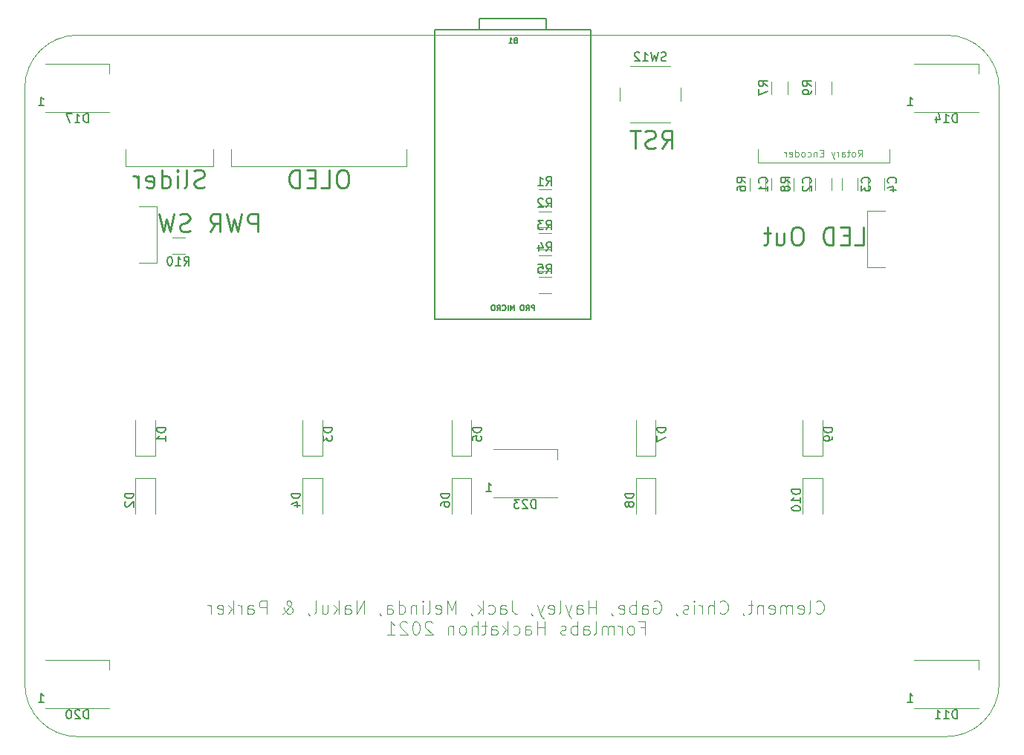
<source format=gbr>
G04 #@! TF.GenerationSoftware,KiCad,Pcbnew,(5.1.8)-1*
G04 #@! TF.CreationDate,2021-06-03T22:44:18-04:00*
G04 #@! TF.ProjectId,inkkeys,696e6b6b-6579-4732-9e6b-696361645f70,rev?*
G04 #@! TF.SameCoordinates,Original*
G04 #@! TF.FileFunction,Legend,Bot*
G04 #@! TF.FilePolarity,Positive*
%FSLAX46Y46*%
G04 Gerber Fmt 4.6, Leading zero omitted, Abs format (unit mm)*
G04 Created by KiCad (PCBNEW (5.1.8)-1) date 2021-06-03 22:44:18*
%MOMM*%
%LPD*%
G01*
G04 APERTURE LIST*
%ADD10C,0.250000*%
%ADD11C,0.100000*%
G04 #@! TA.AperFunction,Profile*
%ADD12C,0.100000*%
G04 #@! TD*
%ADD13C,0.120000*%
%ADD14C,0.127000*%
%ADD15C,0.150000*%
G04 APERTURE END LIST*
D10*
X169595238Y-72904761D02*
X170261904Y-71952380D01*
X170738095Y-72904761D02*
X170738095Y-70904761D01*
X169976190Y-70904761D01*
X169785714Y-71000000D01*
X169690476Y-71095238D01*
X169595238Y-71285714D01*
X169595238Y-71571428D01*
X169690476Y-71761904D01*
X169785714Y-71857142D01*
X169976190Y-71952380D01*
X170738095Y-71952380D01*
X168833333Y-72809523D02*
X168547619Y-72904761D01*
X168071428Y-72904761D01*
X167880952Y-72809523D01*
X167785714Y-72714285D01*
X167690476Y-72523809D01*
X167690476Y-72333333D01*
X167785714Y-72142857D01*
X167880952Y-72047619D01*
X168071428Y-71952380D01*
X168452380Y-71857142D01*
X168642857Y-71761904D01*
X168738095Y-71666666D01*
X168833333Y-71476190D01*
X168833333Y-71285714D01*
X168738095Y-71095238D01*
X168642857Y-71000000D01*
X168452380Y-70904761D01*
X167976190Y-70904761D01*
X167690476Y-71000000D01*
X167119047Y-70904761D02*
X165976190Y-70904761D01*
X166547619Y-72904761D02*
X166547619Y-70904761D01*
X191571428Y-83904761D02*
X192523809Y-83904761D01*
X192523809Y-81904761D01*
X190904761Y-82857142D02*
X190238095Y-82857142D01*
X189952380Y-83904761D02*
X190904761Y-83904761D01*
X190904761Y-81904761D01*
X189952380Y-81904761D01*
X189095238Y-83904761D02*
X189095238Y-81904761D01*
X188619047Y-81904761D01*
X188333333Y-82000000D01*
X188142857Y-82190476D01*
X188047619Y-82380952D01*
X187952380Y-82761904D01*
X187952380Y-83047619D01*
X188047619Y-83428571D01*
X188142857Y-83619047D01*
X188333333Y-83809523D01*
X188619047Y-83904761D01*
X189095238Y-83904761D01*
X185190476Y-81904761D02*
X184809523Y-81904761D01*
X184619047Y-82000000D01*
X184428571Y-82190476D01*
X184333333Y-82571428D01*
X184333333Y-83238095D01*
X184428571Y-83619047D01*
X184619047Y-83809523D01*
X184809523Y-83904761D01*
X185190476Y-83904761D01*
X185380952Y-83809523D01*
X185571428Y-83619047D01*
X185666666Y-83238095D01*
X185666666Y-82571428D01*
X185571428Y-82190476D01*
X185380952Y-82000000D01*
X185190476Y-81904761D01*
X182619047Y-82571428D02*
X182619047Y-83904761D01*
X183476190Y-82571428D02*
X183476190Y-83619047D01*
X183380952Y-83809523D01*
X183190476Y-83904761D01*
X182904761Y-83904761D01*
X182714285Y-83809523D01*
X182619047Y-83714285D01*
X181952380Y-82571428D02*
X181190476Y-82571428D01*
X181666666Y-81904761D02*
X181666666Y-83619047D01*
X181571428Y-83809523D01*
X181380952Y-83904761D01*
X181190476Y-83904761D01*
D11*
X193000000Y-80000000D02*
X195000000Y-80000000D01*
X193000000Y-86500000D02*
X193000000Y-80000000D01*
X195000000Y-86500000D02*
X193000000Y-86500000D01*
X191942857Y-73861904D02*
X192209523Y-73480952D01*
X192400000Y-73861904D02*
X192400000Y-73061904D01*
X192095238Y-73061904D01*
X192019047Y-73100000D01*
X191980952Y-73138095D01*
X191942857Y-73214285D01*
X191942857Y-73328571D01*
X191980952Y-73404761D01*
X192019047Y-73442857D01*
X192095238Y-73480952D01*
X192400000Y-73480952D01*
X191485714Y-73861904D02*
X191561904Y-73823809D01*
X191600000Y-73785714D01*
X191638095Y-73709523D01*
X191638095Y-73480952D01*
X191600000Y-73404761D01*
X191561904Y-73366666D01*
X191485714Y-73328571D01*
X191371428Y-73328571D01*
X191295238Y-73366666D01*
X191257142Y-73404761D01*
X191219047Y-73480952D01*
X191219047Y-73709523D01*
X191257142Y-73785714D01*
X191295238Y-73823809D01*
X191371428Y-73861904D01*
X191485714Y-73861904D01*
X190990476Y-73328571D02*
X190685714Y-73328571D01*
X190876190Y-73061904D02*
X190876190Y-73747619D01*
X190838095Y-73823809D01*
X190761904Y-73861904D01*
X190685714Y-73861904D01*
X190076190Y-73861904D02*
X190076190Y-73442857D01*
X190114285Y-73366666D01*
X190190476Y-73328571D01*
X190342857Y-73328571D01*
X190419047Y-73366666D01*
X190076190Y-73823809D02*
X190152380Y-73861904D01*
X190342857Y-73861904D01*
X190419047Y-73823809D01*
X190457142Y-73747619D01*
X190457142Y-73671428D01*
X190419047Y-73595238D01*
X190342857Y-73557142D01*
X190152380Y-73557142D01*
X190076190Y-73519047D01*
X189695238Y-73861904D02*
X189695238Y-73328571D01*
X189695238Y-73480952D02*
X189657142Y-73404761D01*
X189619047Y-73366666D01*
X189542857Y-73328571D01*
X189466666Y-73328571D01*
X189276190Y-73328571D02*
X189085714Y-73861904D01*
X188895238Y-73328571D02*
X189085714Y-73861904D01*
X189161904Y-74052380D01*
X189200000Y-74090476D01*
X189276190Y-74128571D01*
X187980952Y-73442857D02*
X187714285Y-73442857D01*
X187600000Y-73861904D02*
X187980952Y-73861904D01*
X187980952Y-73061904D01*
X187600000Y-73061904D01*
X187257142Y-73328571D02*
X187257142Y-73861904D01*
X187257142Y-73404761D02*
X187219047Y-73366666D01*
X187142857Y-73328571D01*
X187028571Y-73328571D01*
X186952380Y-73366666D01*
X186914285Y-73442857D01*
X186914285Y-73861904D01*
X186190476Y-73823809D02*
X186266666Y-73861904D01*
X186419047Y-73861904D01*
X186495238Y-73823809D01*
X186533333Y-73785714D01*
X186571428Y-73709523D01*
X186571428Y-73480952D01*
X186533333Y-73404761D01*
X186495238Y-73366666D01*
X186419047Y-73328571D01*
X186266666Y-73328571D01*
X186190476Y-73366666D01*
X185733333Y-73861904D02*
X185809523Y-73823809D01*
X185847619Y-73785714D01*
X185885714Y-73709523D01*
X185885714Y-73480952D01*
X185847619Y-73404761D01*
X185809523Y-73366666D01*
X185733333Y-73328571D01*
X185619047Y-73328571D01*
X185542857Y-73366666D01*
X185504761Y-73404761D01*
X185466666Y-73480952D01*
X185466666Y-73709523D01*
X185504761Y-73785714D01*
X185542857Y-73823809D01*
X185619047Y-73861904D01*
X185733333Y-73861904D01*
X184780952Y-73861904D02*
X184780952Y-73061904D01*
X184780952Y-73823809D02*
X184857142Y-73861904D01*
X185009523Y-73861904D01*
X185085714Y-73823809D01*
X185123809Y-73785714D01*
X185161904Y-73709523D01*
X185161904Y-73480952D01*
X185123809Y-73404761D01*
X185085714Y-73366666D01*
X185009523Y-73328571D01*
X184857142Y-73328571D01*
X184780952Y-73366666D01*
X184095238Y-73823809D02*
X184171428Y-73861904D01*
X184323809Y-73861904D01*
X184400000Y-73823809D01*
X184438095Y-73747619D01*
X184438095Y-73442857D01*
X184400000Y-73366666D01*
X184323809Y-73328571D01*
X184171428Y-73328571D01*
X184095238Y-73366666D01*
X184057142Y-73442857D01*
X184057142Y-73519047D01*
X184438095Y-73595238D01*
X183714285Y-73861904D02*
X183714285Y-73328571D01*
X183714285Y-73480952D02*
X183676190Y-73404761D01*
X183638095Y-73366666D01*
X183561904Y-73328571D01*
X183485714Y-73328571D01*
X195500000Y-74500000D02*
X195500000Y-73000000D01*
X180500000Y-74500000D02*
X195500000Y-74500000D01*
X180500000Y-73000000D02*
X180500000Y-74500000D01*
D10*
X123523809Y-82404761D02*
X123523809Y-80404761D01*
X122761904Y-80404761D01*
X122571428Y-80500000D01*
X122476190Y-80595238D01*
X122380952Y-80785714D01*
X122380952Y-81071428D01*
X122476190Y-81261904D01*
X122571428Y-81357142D01*
X122761904Y-81452380D01*
X123523809Y-81452380D01*
X121714285Y-80404761D02*
X121238095Y-82404761D01*
X120857142Y-80976190D01*
X120476190Y-82404761D01*
X120000000Y-80404761D01*
X118095238Y-82404761D02*
X118761904Y-81452380D01*
X119238095Y-82404761D02*
X119238095Y-80404761D01*
X118476190Y-80404761D01*
X118285714Y-80500000D01*
X118190476Y-80595238D01*
X118095238Y-80785714D01*
X118095238Y-81071428D01*
X118190476Y-81261904D01*
X118285714Y-81357142D01*
X118476190Y-81452380D01*
X119238095Y-81452380D01*
X115809523Y-82309523D02*
X115523809Y-82404761D01*
X115047619Y-82404761D01*
X114857142Y-82309523D01*
X114761904Y-82214285D01*
X114666666Y-82023809D01*
X114666666Y-81833333D01*
X114761904Y-81642857D01*
X114857142Y-81547619D01*
X115047619Y-81452380D01*
X115428571Y-81357142D01*
X115619047Y-81261904D01*
X115714285Y-81166666D01*
X115809523Y-80976190D01*
X115809523Y-80785714D01*
X115714285Y-80595238D01*
X115619047Y-80500000D01*
X115428571Y-80404761D01*
X114952380Y-80404761D01*
X114666666Y-80500000D01*
X114000000Y-80404761D02*
X113523809Y-82404761D01*
X113142857Y-80976190D01*
X112761904Y-82404761D01*
X112285714Y-80404761D01*
D11*
X112000000Y-86000000D02*
X110000000Y-86000000D01*
X112000000Y-79500000D02*
X112000000Y-86000000D01*
X110000000Y-79500000D02*
X112000000Y-79500000D01*
D10*
X117452380Y-77309523D02*
X117166666Y-77404761D01*
X116690476Y-77404761D01*
X116500000Y-77309523D01*
X116404761Y-77214285D01*
X116309523Y-77023809D01*
X116309523Y-76833333D01*
X116404761Y-76642857D01*
X116500000Y-76547619D01*
X116690476Y-76452380D01*
X117071428Y-76357142D01*
X117261904Y-76261904D01*
X117357142Y-76166666D01*
X117452380Y-75976190D01*
X117452380Y-75785714D01*
X117357142Y-75595238D01*
X117261904Y-75500000D01*
X117071428Y-75404761D01*
X116595238Y-75404761D01*
X116309523Y-75500000D01*
X115166666Y-77404761D02*
X115357142Y-77309523D01*
X115452380Y-77119047D01*
X115452380Y-75404761D01*
X114404761Y-77404761D02*
X114404761Y-76071428D01*
X114404761Y-75404761D02*
X114500000Y-75500000D01*
X114404761Y-75595238D01*
X114309523Y-75500000D01*
X114404761Y-75404761D01*
X114404761Y-75595238D01*
X112595238Y-77404761D02*
X112595238Y-75404761D01*
X112595238Y-77309523D02*
X112785714Y-77404761D01*
X113166666Y-77404761D01*
X113357142Y-77309523D01*
X113452380Y-77214285D01*
X113547619Y-77023809D01*
X113547619Y-76452380D01*
X113452380Y-76261904D01*
X113357142Y-76166666D01*
X113166666Y-76071428D01*
X112785714Y-76071428D01*
X112595238Y-76166666D01*
X110880952Y-77309523D02*
X111071428Y-77404761D01*
X111452380Y-77404761D01*
X111642857Y-77309523D01*
X111738095Y-77119047D01*
X111738095Y-76357142D01*
X111642857Y-76166666D01*
X111452380Y-76071428D01*
X111071428Y-76071428D01*
X110880952Y-76166666D01*
X110785714Y-76357142D01*
X110785714Y-76547619D01*
X111738095Y-76738095D01*
X109928571Y-77404761D02*
X109928571Y-76071428D01*
X109928571Y-76452380D02*
X109833333Y-76261904D01*
X109738095Y-76166666D01*
X109547619Y-76071428D01*
X109357142Y-76071428D01*
D11*
X118500000Y-75000000D02*
X118500000Y-73000000D01*
X108500000Y-75000000D02*
X118500000Y-75000000D01*
X108500000Y-73000000D02*
X108500000Y-75000000D01*
D10*
X133404761Y-75404761D02*
X133023809Y-75404761D01*
X132833333Y-75500000D01*
X132642857Y-75690476D01*
X132547619Y-76071428D01*
X132547619Y-76738095D01*
X132642857Y-77119047D01*
X132833333Y-77309523D01*
X133023809Y-77404761D01*
X133404761Y-77404761D01*
X133595238Y-77309523D01*
X133785714Y-77119047D01*
X133880952Y-76738095D01*
X133880952Y-76071428D01*
X133785714Y-75690476D01*
X133595238Y-75500000D01*
X133404761Y-75404761D01*
X130738095Y-77404761D02*
X131690476Y-77404761D01*
X131690476Y-75404761D01*
X130071428Y-76357142D02*
X129404761Y-76357142D01*
X129119047Y-77404761D02*
X130071428Y-77404761D01*
X130071428Y-75404761D01*
X129119047Y-75404761D01*
X128261904Y-77404761D02*
X128261904Y-75404761D01*
X127785714Y-75404761D01*
X127500000Y-75500000D01*
X127309523Y-75690476D01*
X127214285Y-75880952D01*
X127119047Y-76261904D01*
X127119047Y-76547619D01*
X127214285Y-76928571D01*
X127309523Y-77119047D01*
X127500000Y-77309523D01*
X127785714Y-77404761D01*
X128261904Y-77404761D01*
D11*
X140500000Y-75000000D02*
X140500000Y-73000000D01*
X120500000Y-75000000D02*
X140500000Y-75000000D01*
X120500000Y-73000000D02*
X120500000Y-75000000D01*
X187107142Y-125860714D02*
X187178571Y-125932142D01*
X187392857Y-126003571D01*
X187535714Y-126003571D01*
X187750000Y-125932142D01*
X187892857Y-125789285D01*
X187964285Y-125646428D01*
X188035714Y-125360714D01*
X188035714Y-125146428D01*
X187964285Y-124860714D01*
X187892857Y-124717857D01*
X187750000Y-124575000D01*
X187535714Y-124503571D01*
X187392857Y-124503571D01*
X187178571Y-124575000D01*
X187107142Y-124646428D01*
X186250000Y-126003571D02*
X186392857Y-125932142D01*
X186464285Y-125789285D01*
X186464285Y-124503571D01*
X185107142Y-125932142D02*
X185250000Y-126003571D01*
X185535714Y-126003571D01*
X185678571Y-125932142D01*
X185750000Y-125789285D01*
X185750000Y-125217857D01*
X185678571Y-125075000D01*
X185535714Y-125003571D01*
X185250000Y-125003571D01*
X185107142Y-125075000D01*
X185035714Y-125217857D01*
X185035714Y-125360714D01*
X185750000Y-125503571D01*
X184392857Y-126003571D02*
X184392857Y-125003571D01*
X184392857Y-125146428D02*
X184321428Y-125075000D01*
X184178571Y-125003571D01*
X183964285Y-125003571D01*
X183821428Y-125075000D01*
X183750000Y-125217857D01*
X183750000Y-126003571D01*
X183750000Y-125217857D02*
X183678571Y-125075000D01*
X183535714Y-125003571D01*
X183321428Y-125003571D01*
X183178571Y-125075000D01*
X183107142Y-125217857D01*
X183107142Y-126003571D01*
X181821428Y-125932142D02*
X181964285Y-126003571D01*
X182250000Y-126003571D01*
X182392857Y-125932142D01*
X182464285Y-125789285D01*
X182464285Y-125217857D01*
X182392857Y-125075000D01*
X182250000Y-125003571D01*
X181964285Y-125003571D01*
X181821428Y-125075000D01*
X181750000Y-125217857D01*
X181750000Y-125360714D01*
X182464285Y-125503571D01*
X181107142Y-125003571D02*
X181107142Y-126003571D01*
X181107142Y-125146428D02*
X181035714Y-125075000D01*
X180892857Y-125003571D01*
X180678571Y-125003571D01*
X180535714Y-125075000D01*
X180464285Y-125217857D01*
X180464285Y-126003571D01*
X179964285Y-125003571D02*
X179392857Y-125003571D01*
X179750000Y-124503571D02*
X179750000Y-125789285D01*
X179678571Y-125932142D01*
X179535714Y-126003571D01*
X179392857Y-126003571D01*
X178821428Y-125932142D02*
X178821428Y-126003571D01*
X178892857Y-126146428D01*
X178964285Y-126217857D01*
X176178571Y-125860714D02*
X176250000Y-125932142D01*
X176464285Y-126003571D01*
X176607142Y-126003571D01*
X176821428Y-125932142D01*
X176964285Y-125789285D01*
X177035714Y-125646428D01*
X177107142Y-125360714D01*
X177107142Y-125146428D01*
X177035714Y-124860714D01*
X176964285Y-124717857D01*
X176821428Y-124575000D01*
X176607142Y-124503571D01*
X176464285Y-124503571D01*
X176250000Y-124575000D01*
X176178571Y-124646428D01*
X175535714Y-126003571D02*
X175535714Y-124503571D01*
X174892857Y-126003571D02*
X174892857Y-125217857D01*
X174964285Y-125075000D01*
X175107142Y-125003571D01*
X175321428Y-125003571D01*
X175464285Y-125075000D01*
X175535714Y-125146428D01*
X174178571Y-126003571D02*
X174178571Y-125003571D01*
X174178571Y-125289285D02*
X174107142Y-125146428D01*
X174035714Y-125075000D01*
X173892857Y-125003571D01*
X173750000Y-125003571D01*
X173250000Y-126003571D02*
X173250000Y-125003571D01*
X173250000Y-124503571D02*
X173321428Y-124575000D01*
X173250000Y-124646428D01*
X173178571Y-124575000D01*
X173250000Y-124503571D01*
X173250000Y-124646428D01*
X172607142Y-125932142D02*
X172464285Y-126003571D01*
X172178571Y-126003571D01*
X172035714Y-125932142D01*
X171964285Y-125789285D01*
X171964285Y-125717857D01*
X172035714Y-125575000D01*
X172178571Y-125503571D01*
X172392857Y-125503571D01*
X172535714Y-125432142D01*
X172607142Y-125289285D01*
X172607142Y-125217857D01*
X172535714Y-125075000D01*
X172392857Y-125003571D01*
X172178571Y-125003571D01*
X172035714Y-125075000D01*
X171250000Y-125932142D02*
X171250000Y-126003571D01*
X171321428Y-126146428D01*
X171392857Y-126217857D01*
X168678571Y-124575000D02*
X168821428Y-124503571D01*
X169035714Y-124503571D01*
X169250000Y-124575000D01*
X169392857Y-124717857D01*
X169464285Y-124860714D01*
X169535714Y-125146428D01*
X169535714Y-125360714D01*
X169464285Y-125646428D01*
X169392857Y-125789285D01*
X169250000Y-125932142D01*
X169035714Y-126003571D01*
X168892857Y-126003571D01*
X168678571Y-125932142D01*
X168607142Y-125860714D01*
X168607142Y-125360714D01*
X168892857Y-125360714D01*
X167321428Y-126003571D02*
X167321428Y-125217857D01*
X167392857Y-125075000D01*
X167535714Y-125003571D01*
X167821428Y-125003571D01*
X167964285Y-125075000D01*
X167321428Y-125932142D02*
X167464285Y-126003571D01*
X167821428Y-126003571D01*
X167964285Y-125932142D01*
X168035714Y-125789285D01*
X168035714Y-125646428D01*
X167964285Y-125503571D01*
X167821428Y-125432142D01*
X167464285Y-125432142D01*
X167321428Y-125360714D01*
X166607142Y-126003571D02*
X166607142Y-124503571D01*
X166607142Y-125075000D02*
X166464285Y-125003571D01*
X166178571Y-125003571D01*
X166035714Y-125075000D01*
X165964285Y-125146428D01*
X165892857Y-125289285D01*
X165892857Y-125717857D01*
X165964285Y-125860714D01*
X166035714Y-125932142D01*
X166178571Y-126003571D01*
X166464285Y-126003571D01*
X166607142Y-125932142D01*
X164678571Y-125932142D02*
X164821428Y-126003571D01*
X165107142Y-126003571D01*
X165250000Y-125932142D01*
X165321428Y-125789285D01*
X165321428Y-125217857D01*
X165250000Y-125075000D01*
X165107142Y-125003571D01*
X164821428Y-125003571D01*
X164678571Y-125075000D01*
X164607142Y-125217857D01*
X164607142Y-125360714D01*
X165321428Y-125503571D01*
X163892857Y-125932142D02*
X163892857Y-126003571D01*
X163964285Y-126146428D01*
X164035714Y-126217857D01*
X162107142Y-126003571D02*
X162107142Y-124503571D01*
X162107142Y-125217857D02*
X161250000Y-125217857D01*
X161250000Y-126003571D02*
X161250000Y-124503571D01*
X159892857Y-126003571D02*
X159892857Y-125217857D01*
X159964285Y-125075000D01*
X160107142Y-125003571D01*
X160392857Y-125003571D01*
X160535714Y-125075000D01*
X159892857Y-125932142D02*
X160035714Y-126003571D01*
X160392857Y-126003571D01*
X160535714Y-125932142D01*
X160607142Y-125789285D01*
X160607142Y-125646428D01*
X160535714Y-125503571D01*
X160392857Y-125432142D01*
X160035714Y-125432142D01*
X159892857Y-125360714D01*
X159321428Y-125003571D02*
X158964285Y-126003571D01*
X158607142Y-125003571D02*
X158964285Y-126003571D01*
X159107142Y-126360714D01*
X159178571Y-126432142D01*
X159321428Y-126503571D01*
X157821428Y-126003571D02*
X157964285Y-125932142D01*
X158035714Y-125789285D01*
X158035714Y-124503571D01*
X156678571Y-125932142D02*
X156821428Y-126003571D01*
X157107142Y-126003571D01*
X157250000Y-125932142D01*
X157321428Y-125789285D01*
X157321428Y-125217857D01*
X157250000Y-125075000D01*
X157107142Y-125003571D01*
X156821428Y-125003571D01*
X156678571Y-125075000D01*
X156607142Y-125217857D01*
X156607142Y-125360714D01*
X157321428Y-125503571D01*
X156107142Y-125003571D02*
X155750000Y-126003571D01*
X155392857Y-125003571D02*
X155750000Y-126003571D01*
X155892857Y-126360714D01*
X155964285Y-126432142D01*
X156107142Y-126503571D01*
X154750000Y-125932142D02*
X154750000Y-126003571D01*
X154821428Y-126146428D01*
X154892857Y-126217857D01*
X152535714Y-124503571D02*
X152535714Y-125575000D01*
X152607142Y-125789285D01*
X152750000Y-125932142D01*
X152964285Y-126003571D01*
X153107142Y-126003571D01*
X151178571Y-126003571D02*
X151178571Y-125217857D01*
X151250000Y-125075000D01*
X151392857Y-125003571D01*
X151678571Y-125003571D01*
X151821428Y-125075000D01*
X151178571Y-125932142D02*
X151321428Y-126003571D01*
X151678571Y-126003571D01*
X151821428Y-125932142D01*
X151892857Y-125789285D01*
X151892857Y-125646428D01*
X151821428Y-125503571D01*
X151678571Y-125432142D01*
X151321428Y-125432142D01*
X151178571Y-125360714D01*
X149821428Y-125932142D02*
X149964285Y-126003571D01*
X150250000Y-126003571D01*
X150392857Y-125932142D01*
X150464285Y-125860714D01*
X150535714Y-125717857D01*
X150535714Y-125289285D01*
X150464285Y-125146428D01*
X150392857Y-125075000D01*
X150250000Y-125003571D01*
X149964285Y-125003571D01*
X149821428Y-125075000D01*
X149178571Y-126003571D02*
X149178571Y-124503571D01*
X149035714Y-125432142D02*
X148607142Y-126003571D01*
X148607142Y-125003571D02*
X149178571Y-125575000D01*
X147892857Y-125932142D02*
X147892857Y-126003571D01*
X147964285Y-126146428D01*
X148035714Y-126217857D01*
X146107142Y-126003571D02*
X146107142Y-124503571D01*
X145607142Y-125575000D01*
X145107142Y-124503571D01*
X145107142Y-126003571D01*
X143821428Y-125932142D02*
X143964285Y-126003571D01*
X144250000Y-126003571D01*
X144392857Y-125932142D01*
X144464285Y-125789285D01*
X144464285Y-125217857D01*
X144392857Y-125075000D01*
X144250000Y-125003571D01*
X143964285Y-125003571D01*
X143821428Y-125075000D01*
X143750000Y-125217857D01*
X143750000Y-125360714D01*
X144464285Y-125503571D01*
X142892857Y-126003571D02*
X143035714Y-125932142D01*
X143107142Y-125789285D01*
X143107142Y-124503571D01*
X142321428Y-126003571D02*
X142321428Y-125003571D01*
X142321428Y-124503571D02*
X142392857Y-124575000D01*
X142321428Y-124646428D01*
X142250000Y-124575000D01*
X142321428Y-124503571D01*
X142321428Y-124646428D01*
X141607142Y-125003571D02*
X141607142Y-126003571D01*
X141607142Y-125146428D02*
X141535714Y-125075000D01*
X141392857Y-125003571D01*
X141178571Y-125003571D01*
X141035714Y-125075000D01*
X140964285Y-125217857D01*
X140964285Y-126003571D01*
X139607142Y-126003571D02*
X139607142Y-124503571D01*
X139607142Y-125932142D02*
X139750000Y-126003571D01*
X140035714Y-126003571D01*
X140178571Y-125932142D01*
X140250000Y-125860714D01*
X140321428Y-125717857D01*
X140321428Y-125289285D01*
X140250000Y-125146428D01*
X140178571Y-125075000D01*
X140035714Y-125003571D01*
X139750000Y-125003571D01*
X139607142Y-125075000D01*
X138250000Y-126003571D02*
X138250000Y-125217857D01*
X138321428Y-125075000D01*
X138464285Y-125003571D01*
X138750000Y-125003571D01*
X138892857Y-125075000D01*
X138250000Y-125932142D02*
X138392857Y-126003571D01*
X138750000Y-126003571D01*
X138892857Y-125932142D01*
X138964285Y-125789285D01*
X138964285Y-125646428D01*
X138892857Y-125503571D01*
X138750000Y-125432142D01*
X138392857Y-125432142D01*
X138250000Y-125360714D01*
X137464285Y-125932142D02*
X137464285Y-126003571D01*
X137535714Y-126146428D01*
X137607142Y-126217857D01*
X135678571Y-126003571D02*
X135678571Y-124503571D01*
X134821428Y-126003571D01*
X134821428Y-124503571D01*
X133464285Y-126003571D02*
X133464285Y-125217857D01*
X133535714Y-125075000D01*
X133678571Y-125003571D01*
X133964285Y-125003571D01*
X134107142Y-125075000D01*
X133464285Y-125932142D02*
X133607142Y-126003571D01*
X133964285Y-126003571D01*
X134107142Y-125932142D01*
X134178571Y-125789285D01*
X134178571Y-125646428D01*
X134107142Y-125503571D01*
X133964285Y-125432142D01*
X133607142Y-125432142D01*
X133464285Y-125360714D01*
X132750000Y-126003571D02*
X132750000Y-124503571D01*
X132607142Y-125432142D02*
X132178571Y-126003571D01*
X132178571Y-125003571D02*
X132750000Y-125575000D01*
X130892857Y-125003571D02*
X130892857Y-126003571D01*
X131535714Y-125003571D02*
X131535714Y-125789285D01*
X131464285Y-125932142D01*
X131321428Y-126003571D01*
X131107142Y-126003571D01*
X130964285Y-125932142D01*
X130892857Y-125860714D01*
X129964285Y-126003571D02*
X130107142Y-125932142D01*
X130178571Y-125789285D01*
X130178571Y-124503571D01*
X129321428Y-125932142D02*
X129321428Y-126003571D01*
X129392857Y-126146428D01*
X129464285Y-126217857D01*
X126321428Y-126003571D02*
X126392857Y-126003571D01*
X126535714Y-125932142D01*
X126750000Y-125717857D01*
X127107142Y-125289285D01*
X127250000Y-125075000D01*
X127321428Y-124860714D01*
X127321428Y-124717857D01*
X127250000Y-124575000D01*
X127107142Y-124503571D01*
X127035714Y-124503571D01*
X126892857Y-124575000D01*
X126821428Y-124717857D01*
X126821428Y-124789285D01*
X126892857Y-124932142D01*
X126964285Y-125003571D01*
X127392857Y-125289285D01*
X127464285Y-125360714D01*
X127535714Y-125503571D01*
X127535714Y-125717857D01*
X127464285Y-125860714D01*
X127392857Y-125932142D01*
X127250000Y-126003571D01*
X127035714Y-126003571D01*
X126892857Y-125932142D01*
X126821428Y-125860714D01*
X126607142Y-125575000D01*
X126535714Y-125360714D01*
X126535714Y-125217857D01*
X124535714Y-126003571D02*
X124535714Y-124503571D01*
X123964285Y-124503571D01*
X123821428Y-124575000D01*
X123750000Y-124646428D01*
X123678571Y-124789285D01*
X123678571Y-125003571D01*
X123750000Y-125146428D01*
X123821428Y-125217857D01*
X123964285Y-125289285D01*
X124535714Y-125289285D01*
X122392857Y-126003571D02*
X122392857Y-125217857D01*
X122464285Y-125075000D01*
X122607142Y-125003571D01*
X122892857Y-125003571D01*
X123035714Y-125075000D01*
X122392857Y-125932142D02*
X122535714Y-126003571D01*
X122892857Y-126003571D01*
X123035714Y-125932142D01*
X123107142Y-125789285D01*
X123107142Y-125646428D01*
X123035714Y-125503571D01*
X122892857Y-125432142D01*
X122535714Y-125432142D01*
X122392857Y-125360714D01*
X121678571Y-126003571D02*
X121678571Y-125003571D01*
X121678571Y-125289285D02*
X121607142Y-125146428D01*
X121535714Y-125075000D01*
X121392857Y-125003571D01*
X121250000Y-125003571D01*
X120750000Y-126003571D02*
X120750000Y-124503571D01*
X120607142Y-125432142D02*
X120178571Y-126003571D01*
X120178571Y-125003571D02*
X120750000Y-125575000D01*
X118964285Y-125932142D02*
X119107142Y-126003571D01*
X119392857Y-126003571D01*
X119535714Y-125932142D01*
X119607142Y-125789285D01*
X119607142Y-125217857D01*
X119535714Y-125075000D01*
X119392857Y-125003571D01*
X119107142Y-125003571D01*
X118964285Y-125075000D01*
X118892857Y-125217857D01*
X118892857Y-125360714D01*
X119607142Y-125503571D01*
X118250000Y-126003571D02*
X118250000Y-125003571D01*
X118250000Y-125289285D02*
X118178571Y-125146428D01*
X118107142Y-125075000D01*
X117964285Y-125003571D01*
X117821428Y-125003571D01*
X167142857Y-127567857D02*
X167642857Y-127567857D01*
X167642857Y-128353571D02*
X167642857Y-126853571D01*
X166928571Y-126853571D01*
X166142857Y-128353571D02*
X166285714Y-128282142D01*
X166357142Y-128210714D01*
X166428571Y-128067857D01*
X166428571Y-127639285D01*
X166357142Y-127496428D01*
X166285714Y-127425000D01*
X166142857Y-127353571D01*
X165928571Y-127353571D01*
X165785714Y-127425000D01*
X165714285Y-127496428D01*
X165642857Y-127639285D01*
X165642857Y-128067857D01*
X165714285Y-128210714D01*
X165785714Y-128282142D01*
X165928571Y-128353571D01*
X166142857Y-128353571D01*
X165000000Y-128353571D02*
X165000000Y-127353571D01*
X165000000Y-127639285D02*
X164928571Y-127496428D01*
X164857142Y-127425000D01*
X164714285Y-127353571D01*
X164571428Y-127353571D01*
X164071428Y-128353571D02*
X164071428Y-127353571D01*
X164071428Y-127496428D02*
X164000000Y-127425000D01*
X163857142Y-127353571D01*
X163642857Y-127353571D01*
X163500000Y-127425000D01*
X163428571Y-127567857D01*
X163428571Y-128353571D01*
X163428571Y-127567857D02*
X163357142Y-127425000D01*
X163214285Y-127353571D01*
X163000000Y-127353571D01*
X162857142Y-127425000D01*
X162785714Y-127567857D01*
X162785714Y-128353571D01*
X161857142Y-128353571D02*
X162000000Y-128282142D01*
X162071428Y-128139285D01*
X162071428Y-126853571D01*
X160642857Y-128353571D02*
X160642857Y-127567857D01*
X160714285Y-127425000D01*
X160857142Y-127353571D01*
X161142857Y-127353571D01*
X161285714Y-127425000D01*
X160642857Y-128282142D02*
X160785714Y-128353571D01*
X161142857Y-128353571D01*
X161285714Y-128282142D01*
X161357142Y-128139285D01*
X161357142Y-127996428D01*
X161285714Y-127853571D01*
X161142857Y-127782142D01*
X160785714Y-127782142D01*
X160642857Y-127710714D01*
X159928571Y-128353571D02*
X159928571Y-126853571D01*
X159928571Y-127425000D02*
X159785714Y-127353571D01*
X159500000Y-127353571D01*
X159357142Y-127425000D01*
X159285714Y-127496428D01*
X159214285Y-127639285D01*
X159214285Y-128067857D01*
X159285714Y-128210714D01*
X159357142Y-128282142D01*
X159500000Y-128353571D01*
X159785714Y-128353571D01*
X159928571Y-128282142D01*
X158642857Y-128282142D02*
X158500000Y-128353571D01*
X158214285Y-128353571D01*
X158071428Y-128282142D01*
X158000000Y-128139285D01*
X158000000Y-128067857D01*
X158071428Y-127925000D01*
X158214285Y-127853571D01*
X158428571Y-127853571D01*
X158571428Y-127782142D01*
X158642857Y-127639285D01*
X158642857Y-127567857D01*
X158571428Y-127425000D01*
X158428571Y-127353571D01*
X158214285Y-127353571D01*
X158071428Y-127425000D01*
X156214285Y-128353571D02*
X156214285Y-126853571D01*
X156214285Y-127567857D02*
X155357142Y-127567857D01*
X155357142Y-128353571D02*
X155357142Y-126853571D01*
X154000000Y-128353571D02*
X154000000Y-127567857D01*
X154071428Y-127425000D01*
X154214285Y-127353571D01*
X154500000Y-127353571D01*
X154642857Y-127425000D01*
X154000000Y-128282142D02*
X154142857Y-128353571D01*
X154500000Y-128353571D01*
X154642857Y-128282142D01*
X154714285Y-128139285D01*
X154714285Y-127996428D01*
X154642857Y-127853571D01*
X154500000Y-127782142D01*
X154142857Y-127782142D01*
X154000000Y-127710714D01*
X152642857Y-128282142D02*
X152785714Y-128353571D01*
X153071428Y-128353571D01*
X153214285Y-128282142D01*
X153285714Y-128210714D01*
X153357142Y-128067857D01*
X153357142Y-127639285D01*
X153285714Y-127496428D01*
X153214285Y-127425000D01*
X153071428Y-127353571D01*
X152785714Y-127353571D01*
X152642857Y-127425000D01*
X152000000Y-128353571D02*
X152000000Y-126853571D01*
X151857142Y-127782142D02*
X151428571Y-128353571D01*
X151428571Y-127353571D02*
X152000000Y-127925000D01*
X150142857Y-128353571D02*
X150142857Y-127567857D01*
X150214285Y-127425000D01*
X150357142Y-127353571D01*
X150642857Y-127353571D01*
X150785714Y-127425000D01*
X150142857Y-128282142D02*
X150285714Y-128353571D01*
X150642857Y-128353571D01*
X150785714Y-128282142D01*
X150857142Y-128139285D01*
X150857142Y-127996428D01*
X150785714Y-127853571D01*
X150642857Y-127782142D01*
X150285714Y-127782142D01*
X150142857Y-127710714D01*
X149642857Y-127353571D02*
X149071428Y-127353571D01*
X149428571Y-126853571D02*
X149428571Y-128139285D01*
X149357142Y-128282142D01*
X149214285Y-128353571D01*
X149071428Y-128353571D01*
X148571428Y-128353571D02*
X148571428Y-126853571D01*
X147928571Y-128353571D02*
X147928571Y-127567857D01*
X148000000Y-127425000D01*
X148142857Y-127353571D01*
X148357142Y-127353571D01*
X148500000Y-127425000D01*
X148571428Y-127496428D01*
X147000000Y-128353571D02*
X147142857Y-128282142D01*
X147214285Y-128210714D01*
X147285714Y-128067857D01*
X147285714Y-127639285D01*
X147214285Y-127496428D01*
X147142857Y-127425000D01*
X147000000Y-127353571D01*
X146785714Y-127353571D01*
X146642857Y-127425000D01*
X146571428Y-127496428D01*
X146500000Y-127639285D01*
X146500000Y-128067857D01*
X146571428Y-128210714D01*
X146642857Y-128282142D01*
X146785714Y-128353571D01*
X147000000Y-128353571D01*
X145857142Y-127353571D02*
X145857142Y-128353571D01*
X145857142Y-127496428D02*
X145785714Y-127425000D01*
X145642857Y-127353571D01*
X145428571Y-127353571D01*
X145285714Y-127425000D01*
X145214285Y-127567857D01*
X145214285Y-128353571D01*
X143428571Y-126996428D02*
X143357142Y-126925000D01*
X143214285Y-126853571D01*
X142857142Y-126853571D01*
X142714285Y-126925000D01*
X142642857Y-126996428D01*
X142571428Y-127139285D01*
X142571428Y-127282142D01*
X142642857Y-127496428D01*
X143500000Y-128353571D01*
X142571428Y-128353571D01*
X141642857Y-126853571D02*
X141500000Y-126853571D01*
X141357142Y-126925000D01*
X141285714Y-126996428D01*
X141214285Y-127139285D01*
X141142857Y-127425000D01*
X141142857Y-127782142D01*
X141214285Y-128067857D01*
X141285714Y-128210714D01*
X141357142Y-128282142D01*
X141500000Y-128353571D01*
X141642857Y-128353571D01*
X141785714Y-128282142D01*
X141857142Y-128210714D01*
X141928571Y-128067857D01*
X142000000Y-127782142D01*
X142000000Y-127425000D01*
X141928571Y-127139285D01*
X141857142Y-126996428D01*
X141785714Y-126925000D01*
X141642857Y-126853571D01*
X140571428Y-126996428D02*
X140500000Y-126925000D01*
X140357142Y-126853571D01*
X140000000Y-126853571D01*
X139857142Y-126925000D01*
X139785714Y-126996428D01*
X139714285Y-127139285D01*
X139714285Y-127282142D01*
X139785714Y-127496428D01*
X140642857Y-128353571D01*
X139714285Y-128353571D01*
X138285714Y-128353571D02*
X139142857Y-128353571D01*
X138714285Y-128353571D02*
X138714285Y-126853571D01*
X138857142Y-127067857D01*
X139000000Y-127210714D01*
X139142857Y-127282142D01*
D12*
X202000000Y-60000000D02*
G75*
G02*
X208000000Y-66000000I0J-6000000D01*
G01*
X208000000Y-134000000D02*
G75*
G02*
X202000000Y-140000000I-6000000J0D01*
G01*
X103000000Y-140000000D02*
G75*
G02*
X97000000Y-134000000I0J6000000D01*
G01*
X97000000Y-66000000D02*
G75*
G02*
X103000000Y-60000000I6000000J0D01*
G01*
X97000000Y-134000000D02*
X97000000Y-66000000D01*
X202000000Y-140000000D02*
X103000000Y-140000000D01*
X208000000Y-66000000D02*
X208000000Y-134000000D01*
X103000000Y-60000000D02*
X202000000Y-60000000D01*
D13*
G04 #@! TO.C,SW12*
X164750000Y-67500000D02*
X164750000Y-66000000D01*
X166000000Y-63500000D02*
X170500000Y-63500000D01*
X171750000Y-66000000D02*
X171750000Y-67500000D01*
X170500000Y-70000000D02*
X166000000Y-70000000D01*
G04 #@! TO.C,C2*
X188910000Y-76288748D02*
X188910000Y-77711252D01*
X187090000Y-76288748D02*
X187090000Y-77711252D01*
G04 #@! TO.C,C1*
X183910000Y-76288748D02*
X183910000Y-77711252D01*
X182090000Y-76288748D02*
X182090000Y-77711252D01*
G04 #@! TO.C,D23*
X157650000Y-107250000D02*
X157650000Y-108400000D01*
X150350000Y-107250000D02*
X157650000Y-107250000D01*
X150350000Y-112750000D02*
X157650000Y-112750000D01*
G04 #@! TO.C,D20*
X106650000Y-131250000D02*
X106650000Y-132400000D01*
X99350000Y-131250000D02*
X106650000Y-131250000D01*
X99350000Y-136750000D02*
X106650000Y-136750000D01*
G04 #@! TO.C,D17*
X106650000Y-63250000D02*
X106650000Y-64400000D01*
X99350000Y-63250000D02*
X106650000Y-63250000D01*
X99350000Y-68750000D02*
X106650000Y-68750000D01*
G04 #@! TO.C,D14*
X205650000Y-63250000D02*
X205650000Y-64400000D01*
X198350000Y-63250000D02*
X205650000Y-63250000D01*
X198350000Y-68750000D02*
X205650000Y-68750000D01*
G04 #@! TO.C,D11*
X205650000Y-131250000D02*
X205650000Y-132400000D01*
X198350000Y-131250000D02*
X205650000Y-131250000D01*
X198350000Y-136750000D02*
X205650000Y-136750000D01*
G04 #@! TO.C,R10*
X113772936Y-84910000D02*
X115227064Y-84910000D01*
X113772936Y-83090000D02*
X115227064Y-83090000D01*
G04 #@! TO.C,R9*
X187090000Y-65272936D02*
X187090000Y-66727064D01*
X188910000Y-65272936D02*
X188910000Y-66727064D01*
G04 #@! TO.C,R8*
X184590000Y-76272936D02*
X184590000Y-77727064D01*
X186410000Y-76272936D02*
X186410000Y-77727064D01*
G04 #@! TO.C,R7*
X182090000Y-65272936D02*
X182090000Y-66727064D01*
X183910000Y-65272936D02*
X183910000Y-66727064D01*
G04 #@! TO.C,R6*
X179590000Y-76272936D02*
X179590000Y-77727064D01*
X181410000Y-76272936D02*
X181410000Y-77727064D01*
G04 #@! TO.C,R5*
X156977064Y-87590000D02*
X155522936Y-87590000D01*
X156977064Y-89410000D02*
X155522936Y-89410000D01*
G04 #@! TO.C,R4*
X156977064Y-85090000D02*
X155522936Y-85090000D01*
X156977064Y-86910000D02*
X155522936Y-86910000D01*
G04 #@! TO.C,R3*
X156977064Y-82590000D02*
X155522936Y-82590000D01*
X156977064Y-84410000D02*
X155522936Y-84410000D01*
G04 #@! TO.C,R2*
X156977064Y-80090000D02*
X155522936Y-80090000D01*
X156977064Y-81910000D02*
X155522936Y-81910000D01*
G04 #@! TO.C,R1*
X156977064Y-77590000D02*
X155522936Y-77590000D01*
X156977064Y-79410000D02*
X155522936Y-79410000D01*
G04 #@! TO.C,D10*
X185615000Y-114600000D02*
X185615000Y-110540000D01*
X185615000Y-110540000D02*
X187885000Y-110540000D01*
X187885000Y-110540000D02*
X187885000Y-114600000D01*
G04 #@! TO.C,D9*
X187885000Y-103900000D02*
X187885000Y-107960000D01*
X187885000Y-107960000D02*
X185615000Y-107960000D01*
X185615000Y-107960000D02*
X185615000Y-103900000D01*
G04 #@! TO.C,D8*
X166615000Y-114600000D02*
X166615000Y-110540000D01*
X166615000Y-110540000D02*
X168885000Y-110540000D01*
X168885000Y-110540000D02*
X168885000Y-114600000D01*
G04 #@! TO.C,D7*
X168885000Y-103900000D02*
X168885000Y-107960000D01*
X168885000Y-107960000D02*
X166615000Y-107960000D01*
X166615000Y-107960000D02*
X166615000Y-103900000D01*
G04 #@! TO.C,D6*
X145615000Y-114600000D02*
X145615000Y-110540000D01*
X145615000Y-110540000D02*
X147885000Y-110540000D01*
X147885000Y-110540000D02*
X147885000Y-114600000D01*
G04 #@! TO.C,D5*
X147885000Y-103900000D02*
X147885000Y-107960000D01*
X147885000Y-107960000D02*
X145615000Y-107960000D01*
X145615000Y-107960000D02*
X145615000Y-103900000D01*
G04 #@! TO.C,D4*
X128615000Y-114600000D02*
X128615000Y-110540000D01*
X128615000Y-110540000D02*
X130885000Y-110540000D01*
X130885000Y-110540000D02*
X130885000Y-114600000D01*
G04 #@! TO.C,D3*
X130885000Y-103900000D02*
X130885000Y-107960000D01*
X130885000Y-107960000D02*
X128615000Y-107960000D01*
X128615000Y-107960000D02*
X128615000Y-103900000D01*
G04 #@! TO.C,D2*
X109615000Y-114600000D02*
X109615000Y-110540000D01*
X109615000Y-110540000D02*
X111885000Y-110540000D01*
X111885000Y-110540000D02*
X111885000Y-114600000D01*
G04 #@! TO.C,D1*
X111885000Y-103900000D02*
X111885000Y-107960000D01*
X111885000Y-107960000D02*
X109615000Y-107960000D01*
X109615000Y-107960000D02*
X109615000Y-103900000D01*
G04 #@! TO.C,C4*
X194910000Y-77711252D02*
X194910000Y-76288748D01*
X193090000Y-77711252D02*
X193090000Y-76288748D01*
G04 #@! TO.C,C3*
X191910000Y-77711252D02*
X191910000Y-76288748D01*
X190090000Y-77711252D02*
X190090000Y-76288748D01*
D14*
G04 #@! TO.C,B1*
X161520000Y-59370000D02*
X161520000Y-92390000D01*
X161520000Y-92390000D02*
X143740000Y-92390000D01*
X143740000Y-92390000D02*
X143740000Y-59370000D01*
X143740000Y-59370000D02*
X161520000Y-59370000D01*
X156440000Y-59370000D02*
X156440000Y-58100000D01*
X156440000Y-58100000D02*
X148820000Y-58100000D01*
X148820000Y-58100000D02*
X148820000Y-59370000D01*
G04 #@! TD*
G04 #@! TO.C,SW12*
D15*
X170059523Y-62904761D02*
X169916666Y-62952380D01*
X169678571Y-62952380D01*
X169583333Y-62904761D01*
X169535714Y-62857142D01*
X169488095Y-62761904D01*
X169488095Y-62666666D01*
X169535714Y-62571428D01*
X169583333Y-62523809D01*
X169678571Y-62476190D01*
X169869047Y-62428571D01*
X169964285Y-62380952D01*
X170011904Y-62333333D01*
X170059523Y-62238095D01*
X170059523Y-62142857D01*
X170011904Y-62047619D01*
X169964285Y-62000000D01*
X169869047Y-61952380D01*
X169630952Y-61952380D01*
X169488095Y-62000000D01*
X169154761Y-61952380D02*
X168916666Y-62952380D01*
X168726190Y-62238095D01*
X168535714Y-62952380D01*
X168297619Y-61952380D01*
X167392857Y-62952380D02*
X167964285Y-62952380D01*
X167678571Y-62952380D02*
X167678571Y-61952380D01*
X167773809Y-62095238D01*
X167869047Y-62190476D01*
X167964285Y-62238095D01*
X167011904Y-62047619D02*
X166964285Y-62000000D01*
X166869047Y-61952380D01*
X166630952Y-61952380D01*
X166535714Y-62000000D01*
X166488095Y-62047619D01*
X166440476Y-62142857D01*
X166440476Y-62238095D01*
X166488095Y-62380952D01*
X167059523Y-62952380D01*
X166440476Y-62952380D01*
G04 #@! TO.C,C2*
X186507142Y-76833333D02*
X186554761Y-76785714D01*
X186602380Y-76642857D01*
X186602380Y-76547619D01*
X186554761Y-76404761D01*
X186459523Y-76309523D01*
X186364285Y-76261904D01*
X186173809Y-76214285D01*
X186030952Y-76214285D01*
X185840476Y-76261904D01*
X185745238Y-76309523D01*
X185650000Y-76404761D01*
X185602380Y-76547619D01*
X185602380Y-76642857D01*
X185650000Y-76785714D01*
X185697619Y-76833333D01*
X185697619Y-77214285D02*
X185650000Y-77261904D01*
X185602380Y-77357142D01*
X185602380Y-77595238D01*
X185650000Y-77690476D01*
X185697619Y-77738095D01*
X185792857Y-77785714D01*
X185888095Y-77785714D01*
X186030952Y-77738095D01*
X186602380Y-77166666D01*
X186602380Y-77785714D01*
G04 #@! TO.C,C1*
X181507142Y-76833333D02*
X181554761Y-76785714D01*
X181602380Y-76642857D01*
X181602380Y-76547619D01*
X181554761Y-76404761D01*
X181459523Y-76309523D01*
X181364285Y-76261904D01*
X181173809Y-76214285D01*
X181030952Y-76214285D01*
X180840476Y-76261904D01*
X180745238Y-76309523D01*
X180650000Y-76404761D01*
X180602380Y-76547619D01*
X180602380Y-76642857D01*
X180650000Y-76785714D01*
X180697619Y-76833333D01*
X181602380Y-77785714D02*
X181602380Y-77214285D01*
X181602380Y-77500000D02*
X180602380Y-77500000D01*
X180745238Y-77404761D01*
X180840476Y-77309523D01*
X180888095Y-77214285D01*
G04 #@! TO.C,D23*
X155214285Y-113952380D02*
X155214285Y-112952380D01*
X154976190Y-112952380D01*
X154833333Y-113000000D01*
X154738095Y-113095238D01*
X154690476Y-113190476D01*
X154642857Y-113380952D01*
X154642857Y-113523809D01*
X154690476Y-113714285D01*
X154738095Y-113809523D01*
X154833333Y-113904761D01*
X154976190Y-113952380D01*
X155214285Y-113952380D01*
X154261904Y-113047619D02*
X154214285Y-113000000D01*
X154119047Y-112952380D01*
X153880952Y-112952380D01*
X153785714Y-113000000D01*
X153738095Y-113047619D01*
X153690476Y-113142857D01*
X153690476Y-113238095D01*
X153738095Y-113380952D01*
X154309523Y-113952380D01*
X153690476Y-113952380D01*
X153357142Y-112952380D02*
X152738095Y-112952380D01*
X153071428Y-113333333D01*
X152928571Y-113333333D01*
X152833333Y-113380952D01*
X152785714Y-113428571D01*
X152738095Y-113523809D01*
X152738095Y-113761904D01*
X152785714Y-113857142D01*
X152833333Y-113904761D01*
X152928571Y-113952380D01*
X153214285Y-113952380D01*
X153309523Y-113904761D01*
X153357142Y-113857142D01*
X149564285Y-112052380D02*
X150135714Y-112052380D01*
X149850000Y-112052380D02*
X149850000Y-111052380D01*
X149945238Y-111195238D01*
X150040476Y-111290476D01*
X150135714Y-111338095D01*
G04 #@! TO.C,D20*
X104214285Y-137952380D02*
X104214285Y-136952380D01*
X103976190Y-136952380D01*
X103833333Y-137000000D01*
X103738095Y-137095238D01*
X103690476Y-137190476D01*
X103642857Y-137380952D01*
X103642857Y-137523809D01*
X103690476Y-137714285D01*
X103738095Y-137809523D01*
X103833333Y-137904761D01*
X103976190Y-137952380D01*
X104214285Y-137952380D01*
X103261904Y-137047619D02*
X103214285Y-137000000D01*
X103119047Y-136952380D01*
X102880952Y-136952380D01*
X102785714Y-137000000D01*
X102738095Y-137047619D01*
X102690476Y-137142857D01*
X102690476Y-137238095D01*
X102738095Y-137380952D01*
X103309523Y-137952380D01*
X102690476Y-137952380D01*
X102071428Y-136952380D02*
X101976190Y-136952380D01*
X101880952Y-137000000D01*
X101833333Y-137047619D01*
X101785714Y-137142857D01*
X101738095Y-137333333D01*
X101738095Y-137571428D01*
X101785714Y-137761904D01*
X101833333Y-137857142D01*
X101880952Y-137904761D01*
X101976190Y-137952380D01*
X102071428Y-137952380D01*
X102166666Y-137904761D01*
X102214285Y-137857142D01*
X102261904Y-137761904D01*
X102309523Y-137571428D01*
X102309523Y-137333333D01*
X102261904Y-137142857D01*
X102214285Y-137047619D01*
X102166666Y-137000000D01*
X102071428Y-136952380D01*
X98564285Y-136052380D02*
X99135714Y-136052380D01*
X98850000Y-136052380D02*
X98850000Y-135052380D01*
X98945238Y-135195238D01*
X99040476Y-135290476D01*
X99135714Y-135338095D01*
G04 #@! TO.C,D17*
X104214285Y-69952380D02*
X104214285Y-68952380D01*
X103976190Y-68952380D01*
X103833333Y-69000000D01*
X103738095Y-69095238D01*
X103690476Y-69190476D01*
X103642857Y-69380952D01*
X103642857Y-69523809D01*
X103690476Y-69714285D01*
X103738095Y-69809523D01*
X103833333Y-69904761D01*
X103976190Y-69952380D01*
X104214285Y-69952380D01*
X102690476Y-69952380D02*
X103261904Y-69952380D01*
X102976190Y-69952380D02*
X102976190Y-68952380D01*
X103071428Y-69095238D01*
X103166666Y-69190476D01*
X103261904Y-69238095D01*
X102357142Y-68952380D02*
X101690476Y-68952380D01*
X102119047Y-69952380D01*
X98564285Y-68052380D02*
X99135714Y-68052380D01*
X98850000Y-68052380D02*
X98850000Y-67052380D01*
X98945238Y-67195238D01*
X99040476Y-67290476D01*
X99135714Y-67338095D01*
G04 #@! TO.C,D14*
X203214285Y-69952380D02*
X203214285Y-68952380D01*
X202976190Y-68952380D01*
X202833333Y-69000000D01*
X202738095Y-69095238D01*
X202690476Y-69190476D01*
X202642857Y-69380952D01*
X202642857Y-69523809D01*
X202690476Y-69714285D01*
X202738095Y-69809523D01*
X202833333Y-69904761D01*
X202976190Y-69952380D01*
X203214285Y-69952380D01*
X201690476Y-69952380D02*
X202261904Y-69952380D01*
X201976190Y-69952380D02*
X201976190Y-68952380D01*
X202071428Y-69095238D01*
X202166666Y-69190476D01*
X202261904Y-69238095D01*
X200833333Y-69285714D02*
X200833333Y-69952380D01*
X201071428Y-68904761D02*
X201309523Y-69619047D01*
X200690476Y-69619047D01*
X197564285Y-68052380D02*
X198135714Y-68052380D01*
X197850000Y-68052380D02*
X197850000Y-67052380D01*
X197945238Y-67195238D01*
X198040476Y-67290476D01*
X198135714Y-67338095D01*
G04 #@! TO.C,D11*
X203214285Y-137952380D02*
X203214285Y-136952380D01*
X202976190Y-136952380D01*
X202833333Y-137000000D01*
X202738095Y-137095238D01*
X202690476Y-137190476D01*
X202642857Y-137380952D01*
X202642857Y-137523809D01*
X202690476Y-137714285D01*
X202738095Y-137809523D01*
X202833333Y-137904761D01*
X202976190Y-137952380D01*
X203214285Y-137952380D01*
X201690476Y-137952380D02*
X202261904Y-137952380D01*
X201976190Y-137952380D02*
X201976190Y-136952380D01*
X202071428Y-137095238D01*
X202166666Y-137190476D01*
X202261904Y-137238095D01*
X200738095Y-137952380D02*
X201309523Y-137952380D01*
X201023809Y-137952380D02*
X201023809Y-136952380D01*
X201119047Y-137095238D01*
X201214285Y-137190476D01*
X201309523Y-137238095D01*
X197564285Y-136052380D02*
X198135714Y-136052380D01*
X197850000Y-136052380D02*
X197850000Y-135052380D01*
X197945238Y-135195238D01*
X198040476Y-135290476D01*
X198135714Y-135338095D01*
G04 #@! TO.C,R10*
X115142857Y-86272380D02*
X115476190Y-85796190D01*
X115714285Y-86272380D02*
X115714285Y-85272380D01*
X115333333Y-85272380D01*
X115238095Y-85320000D01*
X115190476Y-85367619D01*
X115142857Y-85462857D01*
X115142857Y-85605714D01*
X115190476Y-85700952D01*
X115238095Y-85748571D01*
X115333333Y-85796190D01*
X115714285Y-85796190D01*
X114190476Y-86272380D02*
X114761904Y-86272380D01*
X114476190Y-86272380D02*
X114476190Y-85272380D01*
X114571428Y-85415238D01*
X114666666Y-85510476D01*
X114761904Y-85558095D01*
X113571428Y-85272380D02*
X113476190Y-85272380D01*
X113380952Y-85320000D01*
X113333333Y-85367619D01*
X113285714Y-85462857D01*
X113238095Y-85653333D01*
X113238095Y-85891428D01*
X113285714Y-86081904D01*
X113333333Y-86177142D01*
X113380952Y-86224761D01*
X113476190Y-86272380D01*
X113571428Y-86272380D01*
X113666666Y-86224761D01*
X113714285Y-86177142D01*
X113761904Y-86081904D01*
X113809523Y-85891428D01*
X113809523Y-85653333D01*
X113761904Y-85462857D01*
X113714285Y-85367619D01*
X113666666Y-85320000D01*
X113571428Y-85272380D01*
G04 #@! TO.C,R9*
X186632380Y-65833333D02*
X186156190Y-65500000D01*
X186632380Y-65261904D02*
X185632380Y-65261904D01*
X185632380Y-65642857D01*
X185680000Y-65738095D01*
X185727619Y-65785714D01*
X185822857Y-65833333D01*
X185965714Y-65833333D01*
X186060952Y-65785714D01*
X186108571Y-65738095D01*
X186156190Y-65642857D01*
X186156190Y-65261904D01*
X186632380Y-66309523D02*
X186632380Y-66500000D01*
X186584761Y-66595238D01*
X186537142Y-66642857D01*
X186394285Y-66738095D01*
X186203809Y-66785714D01*
X185822857Y-66785714D01*
X185727619Y-66738095D01*
X185680000Y-66690476D01*
X185632380Y-66595238D01*
X185632380Y-66404761D01*
X185680000Y-66309523D01*
X185727619Y-66261904D01*
X185822857Y-66214285D01*
X186060952Y-66214285D01*
X186156190Y-66261904D01*
X186203809Y-66309523D01*
X186251428Y-66404761D01*
X186251428Y-66595238D01*
X186203809Y-66690476D01*
X186156190Y-66738095D01*
X186060952Y-66785714D01*
G04 #@! TO.C,R8*
X184132380Y-76833333D02*
X183656190Y-76500000D01*
X184132380Y-76261904D02*
X183132380Y-76261904D01*
X183132380Y-76642857D01*
X183180000Y-76738095D01*
X183227619Y-76785714D01*
X183322857Y-76833333D01*
X183465714Y-76833333D01*
X183560952Y-76785714D01*
X183608571Y-76738095D01*
X183656190Y-76642857D01*
X183656190Y-76261904D01*
X183560952Y-77404761D02*
X183513333Y-77309523D01*
X183465714Y-77261904D01*
X183370476Y-77214285D01*
X183322857Y-77214285D01*
X183227619Y-77261904D01*
X183180000Y-77309523D01*
X183132380Y-77404761D01*
X183132380Y-77595238D01*
X183180000Y-77690476D01*
X183227619Y-77738095D01*
X183322857Y-77785714D01*
X183370476Y-77785714D01*
X183465714Y-77738095D01*
X183513333Y-77690476D01*
X183560952Y-77595238D01*
X183560952Y-77404761D01*
X183608571Y-77309523D01*
X183656190Y-77261904D01*
X183751428Y-77214285D01*
X183941904Y-77214285D01*
X184037142Y-77261904D01*
X184084761Y-77309523D01*
X184132380Y-77404761D01*
X184132380Y-77595238D01*
X184084761Y-77690476D01*
X184037142Y-77738095D01*
X183941904Y-77785714D01*
X183751428Y-77785714D01*
X183656190Y-77738095D01*
X183608571Y-77690476D01*
X183560952Y-77595238D01*
G04 #@! TO.C,R7*
X181632380Y-65833333D02*
X181156190Y-65500000D01*
X181632380Y-65261904D02*
X180632380Y-65261904D01*
X180632380Y-65642857D01*
X180680000Y-65738095D01*
X180727619Y-65785714D01*
X180822857Y-65833333D01*
X180965714Y-65833333D01*
X181060952Y-65785714D01*
X181108571Y-65738095D01*
X181156190Y-65642857D01*
X181156190Y-65261904D01*
X180632380Y-66166666D02*
X180632380Y-66833333D01*
X181632380Y-66404761D01*
G04 #@! TO.C,R6*
X179132380Y-76833333D02*
X178656190Y-76500000D01*
X179132380Y-76261904D02*
X178132380Y-76261904D01*
X178132380Y-76642857D01*
X178180000Y-76738095D01*
X178227619Y-76785714D01*
X178322857Y-76833333D01*
X178465714Y-76833333D01*
X178560952Y-76785714D01*
X178608571Y-76738095D01*
X178656190Y-76642857D01*
X178656190Y-76261904D01*
X178132380Y-77690476D02*
X178132380Y-77500000D01*
X178180000Y-77404761D01*
X178227619Y-77357142D01*
X178370476Y-77261904D01*
X178560952Y-77214285D01*
X178941904Y-77214285D01*
X179037142Y-77261904D01*
X179084761Y-77309523D01*
X179132380Y-77404761D01*
X179132380Y-77595238D01*
X179084761Y-77690476D01*
X179037142Y-77738095D01*
X178941904Y-77785714D01*
X178703809Y-77785714D01*
X178608571Y-77738095D01*
X178560952Y-77690476D01*
X178513333Y-77595238D01*
X178513333Y-77404761D01*
X178560952Y-77309523D01*
X178608571Y-77261904D01*
X178703809Y-77214285D01*
G04 #@! TO.C,R5*
X156416666Y-87132380D02*
X156750000Y-86656190D01*
X156988095Y-87132380D02*
X156988095Y-86132380D01*
X156607142Y-86132380D01*
X156511904Y-86180000D01*
X156464285Y-86227619D01*
X156416666Y-86322857D01*
X156416666Y-86465714D01*
X156464285Y-86560952D01*
X156511904Y-86608571D01*
X156607142Y-86656190D01*
X156988095Y-86656190D01*
X155511904Y-86132380D02*
X155988095Y-86132380D01*
X156035714Y-86608571D01*
X155988095Y-86560952D01*
X155892857Y-86513333D01*
X155654761Y-86513333D01*
X155559523Y-86560952D01*
X155511904Y-86608571D01*
X155464285Y-86703809D01*
X155464285Y-86941904D01*
X155511904Y-87037142D01*
X155559523Y-87084761D01*
X155654761Y-87132380D01*
X155892857Y-87132380D01*
X155988095Y-87084761D01*
X156035714Y-87037142D01*
G04 #@! TO.C,R4*
X156416666Y-84632380D02*
X156750000Y-84156190D01*
X156988095Y-84632380D02*
X156988095Y-83632380D01*
X156607142Y-83632380D01*
X156511904Y-83680000D01*
X156464285Y-83727619D01*
X156416666Y-83822857D01*
X156416666Y-83965714D01*
X156464285Y-84060952D01*
X156511904Y-84108571D01*
X156607142Y-84156190D01*
X156988095Y-84156190D01*
X155559523Y-83965714D02*
X155559523Y-84632380D01*
X155797619Y-83584761D02*
X156035714Y-84299047D01*
X155416666Y-84299047D01*
G04 #@! TO.C,R3*
X156416666Y-82132380D02*
X156750000Y-81656190D01*
X156988095Y-82132380D02*
X156988095Y-81132380D01*
X156607142Y-81132380D01*
X156511904Y-81180000D01*
X156464285Y-81227619D01*
X156416666Y-81322857D01*
X156416666Y-81465714D01*
X156464285Y-81560952D01*
X156511904Y-81608571D01*
X156607142Y-81656190D01*
X156988095Y-81656190D01*
X156083333Y-81132380D02*
X155464285Y-81132380D01*
X155797619Y-81513333D01*
X155654761Y-81513333D01*
X155559523Y-81560952D01*
X155511904Y-81608571D01*
X155464285Y-81703809D01*
X155464285Y-81941904D01*
X155511904Y-82037142D01*
X155559523Y-82084761D01*
X155654761Y-82132380D01*
X155940476Y-82132380D01*
X156035714Y-82084761D01*
X156083333Y-82037142D01*
G04 #@! TO.C,R2*
X156416666Y-79632380D02*
X156750000Y-79156190D01*
X156988095Y-79632380D02*
X156988095Y-78632380D01*
X156607142Y-78632380D01*
X156511904Y-78680000D01*
X156464285Y-78727619D01*
X156416666Y-78822857D01*
X156416666Y-78965714D01*
X156464285Y-79060952D01*
X156511904Y-79108571D01*
X156607142Y-79156190D01*
X156988095Y-79156190D01*
X156035714Y-78727619D02*
X155988095Y-78680000D01*
X155892857Y-78632380D01*
X155654761Y-78632380D01*
X155559523Y-78680000D01*
X155511904Y-78727619D01*
X155464285Y-78822857D01*
X155464285Y-78918095D01*
X155511904Y-79060952D01*
X156083333Y-79632380D01*
X155464285Y-79632380D01*
G04 #@! TO.C,R1*
X156416666Y-77132380D02*
X156750000Y-76656190D01*
X156988095Y-77132380D02*
X156988095Y-76132380D01*
X156607142Y-76132380D01*
X156511904Y-76180000D01*
X156464285Y-76227619D01*
X156416666Y-76322857D01*
X156416666Y-76465714D01*
X156464285Y-76560952D01*
X156511904Y-76608571D01*
X156607142Y-76656190D01*
X156988095Y-76656190D01*
X155464285Y-77132380D02*
X156035714Y-77132380D01*
X155750000Y-77132380D02*
X155750000Y-76132380D01*
X155845238Y-76275238D01*
X155940476Y-76370476D01*
X156035714Y-76418095D01*
G04 #@! TO.C,D10*
X185382380Y-111785714D02*
X184382380Y-111785714D01*
X184382380Y-112023809D01*
X184430000Y-112166666D01*
X184525238Y-112261904D01*
X184620476Y-112309523D01*
X184810952Y-112357142D01*
X184953809Y-112357142D01*
X185144285Y-112309523D01*
X185239523Y-112261904D01*
X185334761Y-112166666D01*
X185382380Y-112023809D01*
X185382380Y-111785714D01*
X185382380Y-113309523D02*
X185382380Y-112738095D01*
X185382380Y-113023809D02*
X184382380Y-113023809D01*
X184525238Y-112928571D01*
X184620476Y-112833333D01*
X184668095Y-112738095D01*
X184382380Y-113928571D02*
X184382380Y-114023809D01*
X184430000Y-114119047D01*
X184477619Y-114166666D01*
X184572857Y-114214285D01*
X184763333Y-114261904D01*
X185001428Y-114261904D01*
X185191904Y-114214285D01*
X185287142Y-114166666D01*
X185334761Y-114119047D01*
X185382380Y-114023809D01*
X185382380Y-113928571D01*
X185334761Y-113833333D01*
X185287142Y-113785714D01*
X185191904Y-113738095D01*
X185001428Y-113690476D01*
X184763333Y-113690476D01*
X184572857Y-113738095D01*
X184477619Y-113785714D01*
X184430000Y-113833333D01*
X184382380Y-113928571D01*
G04 #@! TO.C,D9*
X189022380Y-104761904D02*
X188022380Y-104761904D01*
X188022380Y-105000000D01*
X188070000Y-105142857D01*
X188165238Y-105238095D01*
X188260476Y-105285714D01*
X188450952Y-105333333D01*
X188593809Y-105333333D01*
X188784285Y-105285714D01*
X188879523Y-105238095D01*
X188974761Y-105142857D01*
X189022380Y-105000000D01*
X189022380Y-104761904D01*
X189022380Y-105809523D02*
X189022380Y-106000000D01*
X188974761Y-106095238D01*
X188927142Y-106142857D01*
X188784285Y-106238095D01*
X188593809Y-106285714D01*
X188212857Y-106285714D01*
X188117619Y-106238095D01*
X188070000Y-106190476D01*
X188022380Y-106095238D01*
X188022380Y-105904761D01*
X188070000Y-105809523D01*
X188117619Y-105761904D01*
X188212857Y-105714285D01*
X188450952Y-105714285D01*
X188546190Y-105761904D01*
X188593809Y-105809523D01*
X188641428Y-105904761D01*
X188641428Y-106095238D01*
X188593809Y-106190476D01*
X188546190Y-106238095D01*
X188450952Y-106285714D01*
G04 #@! TO.C,D8*
X166382380Y-112261904D02*
X165382380Y-112261904D01*
X165382380Y-112500000D01*
X165430000Y-112642857D01*
X165525238Y-112738095D01*
X165620476Y-112785714D01*
X165810952Y-112833333D01*
X165953809Y-112833333D01*
X166144285Y-112785714D01*
X166239523Y-112738095D01*
X166334761Y-112642857D01*
X166382380Y-112500000D01*
X166382380Y-112261904D01*
X165810952Y-113404761D02*
X165763333Y-113309523D01*
X165715714Y-113261904D01*
X165620476Y-113214285D01*
X165572857Y-113214285D01*
X165477619Y-113261904D01*
X165430000Y-113309523D01*
X165382380Y-113404761D01*
X165382380Y-113595238D01*
X165430000Y-113690476D01*
X165477619Y-113738095D01*
X165572857Y-113785714D01*
X165620476Y-113785714D01*
X165715714Y-113738095D01*
X165763333Y-113690476D01*
X165810952Y-113595238D01*
X165810952Y-113404761D01*
X165858571Y-113309523D01*
X165906190Y-113261904D01*
X166001428Y-113214285D01*
X166191904Y-113214285D01*
X166287142Y-113261904D01*
X166334761Y-113309523D01*
X166382380Y-113404761D01*
X166382380Y-113595238D01*
X166334761Y-113690476D01*
X166287142Y-113738095D01*
X166191904Y-113785714D01*
X166001428Y-113785714D01*
X165906190Y-113738095D01*
X165858571Y-113690476D01*
X165810952Y-113595238D01*
G04 #@! TO.C,D7*
X170022380Y-104761904D02*
X169022380Y-104761904D01*
X169022380Y-105000000D01*
X169070000Y-105142857D01*
X169165238Y-105238095D01*
X169260476Y-105285714D01*
X169450952Y-105333333D01*
X169593809Y-105333333D01*
X169784285Y-105285714D01*
X169879523Y-105238095D01*
X169974761Y-105142857D01*
X170022380Y-105000000D01*
X170022380Y-104761904D01*
X169022380Y-105666666D02*
X169022380Y-106333333D01*
X170022380Y-105904761D01*
G04 #@! TO.C,D6*
X145382380Y-112261904D02*
X144382380Y-112261904D01*
X144382380Y-112500000D01*
X144430000Y-112642857D01*
X144525238Y-112738095D01*
X144620476Y-112785714D01*
X144810952Y-112833333D01*
X144953809Y-112833333D01*
X145144285Y-112785714D01*
X145239523Y-112738095D01*
X145334761Y-112642857D01*
X145382380Y-112500000D01*
X145382380Y-112261904D01*
X144382380Y-113690476D02*
X144382380Y-113500000D01*
X144430000Y-113404761D01*
X144477619Y-113357142D01*
X144620476Y-113261904D01*
X144810952Y-113214285D01*
X145191904Y-113214285D01*
X145287142Y-113261904D01*
X145334761Y-113309523D01*
X145382380Y-113404761D01*
X145382380Y-113595238D01*
X145334761Y-113690476D01*
X145287142Y-113738095D01*
X145191904Y-113785714D01*
X144953809Y-113785714D01*
X144858571Y-113738095D01*
X144810952Y-113690476D01*
X144763333Y-113595238D01*
X144763333Y-113404761D01*
X144810952Y-113309523D01*
X144858571Y-113261904D01*
X144953809Y-113214285D01*
G04 #@! TO.C,D5*
X149022380Y-104761904D02*
X148022380Y-104761904D01*
X148022380Y-105000000D01*
X148070000Y-105142857D01*
X148165238Y-105238095D01*
X148260476Y-105285714D01*
X148450952Y-105333333D01*
X148593809Y-105333333D01*
X148784285Y-105285714D01*
X148879523Y-105238095D01*
X148974761Y-105142857D01*
X149022380Y-105000000D01*
X149022380Y-104761904D01*
X148022380Y-106238095D02*
X148022380Y-105761904D01*
X148498571Y-105714285D01*
X148450952Y-105761904D01*
X148403333Y-105857142D01*
X148403333Y-106095238D01*
X148450952Y-106190476D01*
X148498571Y-106238095D01*
X148593809Y-106285714D01*
X148831904Y-106285714D01*
X148927142Y-106238095D01*
X148974761Y-106190476D01*
X149022380Y-106095238D01*
X149022380Y-105857142D01*
X148974761Y-105761904D01*
X148927142Y-105714285D01*
G04 #@! TO.C,D4*
X128382380Y-112261904D02*
X127382380Y-112261904D01*
X127382380Y-112500000D01*
X127430000Y-112642857D01*
X127525238Y-112738095D01*
X127620476Y-112785714D01*
X127810952Y-112833333D01*
X127953809Y-112833333D01*
X128144285Y-112785714D01*
X128239523Y-112738095D01*
X128334761Y-112642857D01*
X128382380Y-112500000D01*
X128382380Y-112261904D01*
X127715714Y-113690476D02*
X128382380Y-113690476D01*
X127334761Y-113452380D02*
X128049047Y-113214285D01*
X128049047Y-113833333D01*
G04 #@! TO.C,D3*
X132022380Y-104761904D02*
X131022380Y-104761904D01*
X131022380Y-105000000D01*
X131070000Y-105142857D01*
X131165238Y-105238095D01*
X131260476Y-105285714D01*
X131450952Y-105333333D01*
X131593809Y-105333333D01*
X131784285Y-105285714D01*
X131879523Y-105238095D01*
X131974761Y-105142857D01*
X132022380Y-105000000D01*
X132022380Y-104761904D01*
X131022380Y-105666666D02*
X131022380Y-106285714D01*
X131403333Y-105952380D01*
X131403333Y-106095238D01*
X131450952Y-106190476D01*
X131498571Y-106238095D01*
X131593809Y-106285714D01*
X131831904Y-106285714D01*
X131927142Y-106238095D01*
X131974761Y-106190476D01*
X132022380Y-106095238D01*
X132022380Y-105809523D01*
X131974761Y-105714285D01*
X131927142Y-105666666D01*
G04 #@! TO.C,D2*
X109382380Y-112261904D02*
X108382380Y-112261904D01*
X108382380Y-112500000D01*
X108430000Y-112642857D01*
X108525238Y-112738095D01*
X108620476Y-112785714D01*
X108810952Y-112833333D01*
X108953809Y-112833333D01*
X109144285Y-112785714D01*
X109239523Y-112738095D01*
X109334761Y-112642857D01*
X109382380Y-112500000D01*
X109382380Y-112261904D01*
X108477619Y-113214285D02*
X108430000Y-113261904D01*
X108382380Y-113357142D01*
X108382380Y-113595238D01*
X108430000Y-113690476D01*
X108477619Y-113738095D01*
X108572857Y-113785714D01*
X108668095Y-113785714D01*
X108810952Y-113738095D01*
X109382380Y-113166666D01*
X109382380Y-113785714D01*
G04 #@! TO.C,D1*
X113022380Y-104761904D02*
X112022380Y-104761904D01*
X112022380Y-105000000D01*
X112070000Y-105142857D01*
X112165238Y-105238095D01*
X112260476Y-105285714D01*
X112450952Y-105333333D01*
X112593809Y-105333333D01*
X112784285Y-105285714D01*
X112879523Y-105238095D01*
X112974761Y-105142857D01*
X113022380Y-105000000D01*
X113022380Y-104761904D01*
X113022380Y-106285714D02*
X113022380Y-105714285D01*
X113022380Y-106000000D02*
X112022380Y-106000000D01*
X112165238Y-105904761D01*
X112260476Y-105809523D01*
X112308095Y-105714285D01*
G04 #@! TO.C,C4*
X196207142Y-76833333D02*
X196254761Y-76785714D01*
X196302380Y-76642857D01*
X196302380Y-76547619D01*
X196254761Y-76404761D01*
X196159523Y-76309523D01*
X196064285Y-76261904D01*
X195873809Y-76214285D01*
X195730952Y-76214285D01*
X195540476Y-76261904D01*
X195445238Y-76309523D01*
X195350000Y-76404761D01*
X195302380Y-76547619D01*
X195302380Y-76642857D01*
X195350000Y-76785714D01*
X195397619Y-76833333D01*
X195635714Y-77690476D02*
X196302380Y-77690476D01*
X195254761Y-77452380D02*
X195969047Y-77214285D01*
X195969047Y-77833333D01*
G04 #@! TO.C,C3*
X193207142Y-76833333D02*
X193254761Y-76785714D01*
X193302380Y-76642857D01*
X193302380Y-76547619D01*
X193254761Y-76404761D01*
X193159523Y-76309523D01*
X193064285Y-76261904D01*
X192873809Y-76214285D01*
X192730952Y-76214285D01*
X192540476Y-76261904D01*
X192445238Y-76309523D01*
X192350000Y-76404761D01*
X192302380Y-76547619D01*
X192302380Y-76642857D01*
X192350000Y-76785714D01*
X192397619Y-76833333D01*
X192302380Y-77166666D02*
X192302380Y-77785714D01*
X192683333Y-77452380D01*
X192683333Y-77595238D01*
X192730952Y-77690476D01*
X192778571Y-77738095D01*
X192873809Y-77785714D01*
X193111904Y-77785714D01*
X193207142Y-77738095D01*
X193254761Y-77690476D01*
X193302380Y-77595238D01*
X193302380Y-77309523D01*
X193254761Y-77214285D01*
X193207142Y-77166666D01*
G04 #@! TO.C,B1*
D14*
X152876742Y-60596457D02*
X152789657Y-60625485D01*
X152760628Y-60654514D01*
X152731600Y-60712571D01*
X152731600Y-60799657D01*
X152760628Y-60857714D01*
X152789657Y-60886742D01*
X152847714Y-60915771D01*
X153079942Y-60915771D01*
X153079942Y-60306171D01*
X152876742Y-60306171D01*
X152818685Y-60335200D01*
X152789657Y-60364228D01*
X152760628Y-60422285D01*
X152760628Y-60480342D01*
X152789657Y-60538400D01*
X152818685Y-60567428D01*
X152876742Y-60596457D01*
X153079942Y-60596457D01*
X152151028Y-60915771D02*
X152499371Y-60915771D01*
X152325200Y-60915771D02*
X152325200Y-60306171D01*
X152383257Y-60393257D01*
X152441314Y-60451314D01*
X152499371Y-60480342D01*
X155068400Y-91395771D02*
X155068400Y-90786171D01*
X154836171Y-90786171D01*
X154778114Y-90815200D01*
X154749085Y-90844228D01*
X154720057Y-90902285D01*
X154720057Y-90989371D01*
X154749085Y-91047428D01*
X154778114Y-91076457D01*
X154836171Y-91105485D01*
X155068400Y-91105485D01*
X154110457Y-91395771D02*
X154313657Y-91105485D01*
X154458800Y-91395771D02*
X154458800Y-90786171D01*
X154226571Y-90786171D01*
X154168514Y-90815200D01*
X154139485Y-90844228D01*
X154110457Y-90902285D01*
X154110457Y-90989371D01*
X154139485Y-91047428D01*
X154168514Y-91076457D01*
X154226571Y-91105485D01*
X154458800Y-91105485D01*
X153733085Y-90786171D02*
X153616971Y-90786171D01*
X153558914Y-90815200D01*
X153500857Y-90873257D01*
X153471828Y-90989371D01*
X153471828Y-91192571D01*
X153500857Y-91308685D01*
X153558914Y-91366742D01*
X153616971Y-91395771D01*
X153733085Y-91395771D01*
X153791142Y-91366742D01*
X153849200Y-91308685D01*
X153878228Y-91192571D01*
X153878228Y-90989371D01*
X153849200Y-90873257D01*
X153791142Y-90815200D01*
X153733085Y-90786171D01*
X152746114Y-91395771D02*
X152746114Y-90786171D01*
X152542914Y-91221600D01*
X152339714Y-90786171D01*
X152339714Y-91395771D01*
X152049428Y-91395771D02*
X152049428Y-90786171D01*
X151410800Y-91337714D02*
X151439828Y-91366742D01*
X151526914Y-91395771D01*
X151584971Y-91395771D01*
X151672057Y-91366742D01*
X151730114Y-91308685D01*
X151759142Y-91250628D01*
X151788171Y-91134514D01*
X151788171Y-91047428D01*
X151759142Y-90931314D01*
X151730114Y-90873257D01*
X151672057Y-90815200D01*
X151584971Y-90786171D01*
X151526914Y-90786171D01*
X151439828Y-90815200D01*
X151410800Y-90844228D01*
X150801200Y-91395771D02*
X151004400Y-91105485D01*
X151149542Y-91395771D02*
X151149542Y-90786171D01*
X150917314Y-90786171D01*
X150859257Y-90815200D01*
X150830228Y-90844228D01*
X150801200Y-90902285D01*
X150801200Y-90989371D01*
X150830228Y-91047428D01*
X150859257Y-91076457D01*
X150917314Y-91105485D01*
X151149542Y-91105485D01*
X150423828Y-90786171D02*
X150307714Y-90786171D01*
X150249657Y-90815200D01*
X150191600Y-90873257D01*
X150162571Y-90989371D01*
X150162571Y-91192571D01*
X150191600Y-91308685D01*
X150249657Y-91366742D01*
X150307714Y-91395771D01*
X150423828Y-91395771D01*
X150481885Y-91366742D01*
X150539942Y-91308685D01*
X150568971Y-91192571D01*
X150568971Y-90989371D01*
X150539942Y-90873257D01*
X150481885Y-90815200D01*
X150423828Y-90786171D01*
G04 #@! TD*
M02*

</source>
